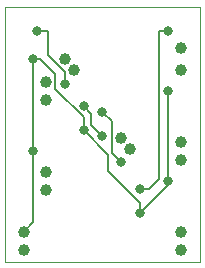
<source format=gbl>
G75*
%MOIN*%
%OFA0B0*%
%FSLAX24Y24*%
%IPPOS*%
%LPD*%
%AMOC8*
5,1,8,0,0,1.08239X$1,22.5*
%
%ADD10C,0.0000*%
%ADD11C,0.0397*%
%ADD12C,0.0317*%
%ADD13C,0.0060*%
D10*
X002392Y002517D02*
X002392Y011017D01*
X008892Y011017D01*
X008892Y002517D01*
X002392Y002517D01*
D11*
X003017Y002892D03*
X003017Y003517D03*
X003767Y004892D03*
X003767Y005517D03*
X003767Y007892D03*
X003767Y008517D03*
X004392Y009267D03*
X004704Y008892D03*
X006267Y006642D03*
X006579Y006267D03*
X008267Y006517D03*
X008267Y005892D03*
X008267Y003517D03*
X008267Y002892D03*
X008267Y008892D03*
X008267Y009642D03*
D12*
X007829Y010204D03*
X007829Y008204D03*
X005642Y007517D03*
X005017Y007704D03*
X005017Y006892D03*
X005642Y006704D03*
X006267Y005829D03*
X006892Y004954D03*
X006892Y004142D03*
X007829Y005204D03*
X004392Y008454D03*
X003329Y009267D03*
X003454Y010204D03*
X003329Y006204D03*
D13*
X003329Y009267D01*
X003579Y009267D01*
X004079Y008767D01*
X004079Y008267D01*
X005017Y007329D01*
X005017Y006892D01*
X005829Y006079D01*
X005829Y005541D01*
X006892Y004478D01*
X006892Y004142D01*
X007829Y005079D01*
X007829Y005204D01*
X007829Y008204D01*
X005954Y007204D02*
X005954Y006142D01*
X006267Y005829D01*
X005642Y006704D02*
X005267Y007079D01*
X005267Y007454D01*
X005017Y007704D01*
X005642Y007517D02*
X005954Y007204D01*
X004392Y008454D02*
X004392Y008829D01*
X003829Y009392D01*
X003829Y010204D01*
X003454Y010204D01*
X003329Y006204D02*
X003329Y003829D01*
X003017Y003517D01*
X006892Y004954D02*
X007204Y004954D01*
X007517Y005267D01*
X007517Y010204D01*
X007829Y010204D01*
M02*

</source>
